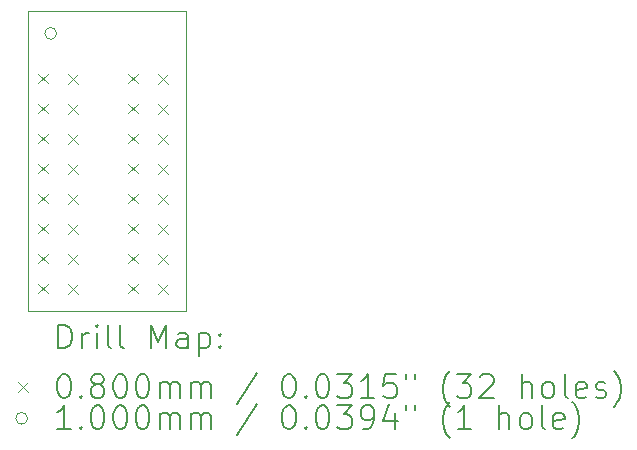
<source format=gbr>
%TF.GenerationSoftware,KiCad,Pcbnew,7.0.9*%
%TF.CreationDate,2024-04-23T21:05:59-07:00*%
%TF.ProjectId,U11-74LS138,5531312d-3734-44c5-9331-33382e6b6963,rev?*%
%TF.SameCoordinates,Original*%
%TF.FileFunction,Drillmap*%
%TF.FilePolarity,Positive*%
%FSLAX45Y45*%
G04 Gerber Fmt 4.5, Leading zero omitted, Abs format (unit mm)*
G04 Created by KiCad (PCBNEW 7.0.9) date 2024-04-23 21:05:59*
%MOMM*%
%LPD*%
G01*
G04 APERTURE LIST*
%ADD10C,0.100000*%
%ADD11C,0.200000*%
G04 APERTURE END LIST*
D10*
X15938500Y-8509000D02*
X14605000Y-8509000D01*
X15938500Y-11049000D02*
X15938500Y-8509000D01*
X14605000Y-11049000D02*
X15938500Y-11049000D01*
X14605000Y-8509000D02*
X14605000Y-11049000D01*
D11*
D10*
X14692000Y-9040500D02*
X14772000Y-9120500D01*
X14772000Y-9040500D02*
X14692000Y-9120500D01*
X14692000Y-9294500D02*
X14772000Y-9374500D01*
X14772000Y-9294500D02*
X14692000Y-9374500D01*
X14692000Y-9548500D02*
X14772000Y-9628500D01*
X14772000Y-9548500D02*
X14692000Y-9628500D01*
X14692000Y-9802500D02*
X14772000Y-9882500D01*
X14772000Y-9802500D02*
X14692000Y-9882500D01*
X14692000Y-10056500D02*
X14772000Y-10136500D01*
X14772000Y-10056500D02*
X14692000Y-10136500D01*
X14692000Y-10310500D02*
X14772000Y-10390500D01*
X14772000Y-10310500D02*
X14692000Y-10390500D01*
X14692000Y-10564500D02*
X14772000Y-10644500D01*
X14772000Y-10564500D02*
X14692000Y-10644500D01*
X14692000Y-10818500D02*
X14772000Y-10898500D01*
X14772000Y-10818500D02*
X14692000Y-10898500D01*
X14946000Y-9045500D02*
X15026000Y-9125500D01*
X15026000Y-9045500D02*
X14946000Y-9125500D01*
X14946000Y-9299500D02*
X15026000Y-9379500D01*
X15026000Y-9299500D02*
X14946000Y-9379500D01*
X14946000Y-9553500D02*
X15026000Y-9633500D01*
X15026000Y-9553500D02*
X14946000Y-9633500D01*
X14946000Y-9807500D02*
X15026000Y-9887500D01*
X15026000Y-9807500D02*
X14946000Y-9887500D01*
X14946000Y-10061500D02*
X15026000Y-10141500D01*
X15026000Y-10061500D02*
X14946000Y-10141500D01*
X14946000Y-10315500D02*
X15026000Y-10395500D01*
X15026000Y-10315500D02*
X14946000Y-10395500D01*
X14946000Y-10569500D02*
X15026000Y-10649500D01*
X15026000Y-10569500D02*
X14946000Y-10649500D01*
X14946000Y-10823500D02*
X15026000Y-10903500D01*
X15026000Y-10823500D02*
X14946000Y-10903500D01*
X15454000Y-9040500D02*
X15534000Y-9120500D01*
X15534000Y-9040500D02*
X15454000Y-9120500D01*
X15454000Y-9294500D02*
X15534000Y-9374500D01*
X15534000Y-9294500D02*
X15454000Y-9374500D01*
X15454000Y-9548500D02*
X15534000Y-9628500D01*
X15534000Y-9548500D02*
X15454000Y-9628500D01*
X15454000Y-9802500D02*
X15534000Y-9882500D01*
X15534000Y-9802500D02*
X15454000Y-9882500D01*
X15454000Y-10056500D02*
X15534000Y-10136500D01*
X15534000Y-10056500D02*
X15454000Y-10136500D01*
X15454000Y-10310500D02*
X15534000Y-10390500D01*
X15534000Y-10310500D02*
X15454000Y-10390500D01*
X15454000Y-10564500D02*
X15534000Y-10644500D01*
X15534000Y-10564500D02*
X15454000Y-10644500D01*
X15454000Y-10818500D02*
X15534000Y-10898500D01*
X15534000Y-10818500D02*
X15454000Y-10898500D01*
X15708000Y-9045500D02*
X15788000Y-9125500D01*
X15788000Y-9045500D02*
X15708000Y-9125500D01*
X15708000Y-9299500D02*
X15788000Y-9379500D01*
X15788000Y-9299500D02*
X15708000Y-9379500D01*
X15708000Y-9553500D02*
X15788000Y-9633500D01*
X15788000Y-9553500D02*
X15708000Y-9633500D01*
X15708000Y-9807500D02*
X15788000Y-9887500D01*
X15788000Y-9807500D02*
X15708000Y-9887500D01*
X15708000Y-10061500D02*
X15788000Y-10141500D01*
X15788000Y-10061500D02*
X15708000Y-10141500D01*
X15708000Y-10315500D02*
X15788000Y-10395500D01*
X15788000Y-10315500D02*
X15708000Y-10395500D01*
X15708000Y-10569500D02*
X15788000Y-10649500D01*
X15788000Y-10569500D02*
X15708000Y-10649500D01*
X15708000Y-10823500D02*
X15788000Y-10903500D01*
X15788000Y-10823500D02*
X15708000Y-10903500D01*
X14845500Y-8699500D02*
G75*
G03*
X14845500Y-8699500I-50000J0D01*
G01*
D11*
X14860777Y-11365484D02*
X14860777Y-11165484D01*
X14860777Y-11165484D02*
X14908396Y-11165484D01*
X14908396Y-11165484D02*
X14936967Y-11175008D01*
X14936967Y-11175008D02*
X14956015Y-11194055D01*
X14956015Y-11194055D02*
X14965539Y-11213103D01*
X14965539Y-11213103D02*
X14975062Y-11251198D01*
X14975062Y-11251198D02*
X14975062Y-11279769D01*
X14975062Y-11279769D02*
X14965539Y-11317865D01*
X14965539Y-11317865D02*
X14956015Y-11336912D01*
X14956015Y-11336912D02*
X14936967Y-11355960D01*
X14936967Y-11355960D02*
X14908396Y-11365484D01*
X14908396Y-11365484D02*
X14860777Y-11365484D01*
X15060777Y-11365484D02*
X15060777Y-11232150D01*
X15060777Y-11270246D02*
X15070301Y-11251198D01*
X15070301Y-11251198D02*
X15079824Y-11241674D01*
X15079824Y-11241674D02*
X15098872Y-11232150D01*
X15098872Y-11232150D02*
X15117920Y-11232150D01*
X15184586Y-11365484D02*
X15184586Y-11232150D01*
X15184586Y-11165484D02*
X15175062Y-11175008D01*
X15175062Y-11175008D02*
X15184586Y-11184531D01*
X15184586Y-11184531D02*
X15194110Y-11175008D01*
X15194110Y-11175008D02*
X15184586Y-11165484D01*
X15184586Y-11165484D02*
X15184586Y-11184531D01*
X15308396Y-11365484D02*
X15289348Y-11355960D01*
X15289348Y-11355960D02*
X15279824Y-11336912D01*
X15279824Y-11336912D02*
X15279824Y-11165484D01*
X15413158Y-11365484D02*
X15394110Y-11355960D01*
X15394110Y-11355960D02*
X15384586Y-11336912D01*
X15384586Y-11336912D02*
X15384586Y-11165484D01*
X15641729Y-11365484D02*
X15641729Y-11165484D01*
X15641729Y-11165484D02*
X15708396Y-11308341D01*
X15708396Y-11308341D02*
X15775062Y-11165484D01*
X15775062Y-11165484D02*
X15775062Y-11365484D01*
X15956015Y-11365484D02*
X15956015Y-11260722D01*
X15956015Y-11260722D02*
X15946491Y-11241674D01*
X15946491Y-11241674D02*
X15927443Y-11232150D01*
X15927443Y-11232150D02*
X15889348Y-11232150D01*
X15889348Y-11232150D02*
X15870301Y-11241674D01*
X15956015Y-11355960D02*
X15936967Y-11365484D01*
X15936967Y-11365484D02*
X15889348Y-11365484D01*
X15889348Y-11365484D02*
X15870301Y-11355960D01*
X15870301Y-11355960D02*
X15860777Y-11336912D01*
X15860777Y-11336912D02*
X15860777Y-11317865D01*
X15860777Y-11317865D02*
X15870301Y-11298817D01*
X15870301Y-11298817D02*
X15889348Y-11289293D01*
X15889348Y-11289293D02*
X15936967Y-11289293D01*
X15936967Y-11289293D02*
X15956015Y-11279769D01*
X16051253Y-11232150D02*
X16051253Y-11432150D01*
X16051253Y-11241674D02*
X16070301Y-11232150D01*
X16070301Y-11232150D02*
X16108396Y-11232150D01*
X16108396Y-11232150D02*
X16127443Y-11241674D01*
X16127443Y-11241674D02*
X16136967Y-11251198D01*
X16136967Y-11251198D02*
X16146491Y-11270246D01*
X16146491Y-11270246D02*
X16146491Y-11327388D01*
X16146491Y-11327388D02*
X16136967Y-11346436D01*
X16136967Y-11346436D02*
X16127443Y-11355960D01*
X16127443Y-11355960D02*
X16108396Y-11365484D01*
X16108396Y-11365484D02*
X16070301Y-11365484D01*
X16070301Y-11365484D02*
X16051253Y-11355960D01*
X16232205Y-11346436D02*
X16241729Y-11355960D01*
X16241729Y-11355960D02*
X16232205Y-11365484D01*
X16232205Y-11365484D02*
X16222682Y-11355960D01*
X16222682Y-11355960D02*
X16232205Y-11346436D01*
X16232205Y-11346436D02*
X16232205Y-11365484D01*
X16232205Y-11241674D02*
X16241729Y-11251198D01*
X16241729Y-11251198D02*
X16232205Y-11260722D01*
X16232205Y-11260722D02*
X16222682Y-11251198D01*
X16222682Y-11251198D02*
X16232205Y-11241674D01*
X16232205Y-11241674D02*
X16232205Y-11260722D01*
D10*
X14520000Y-11654000D02*
X14600000Y-11734000D01*
X14600000Y-11654000D02*
X14520000Y-11734000D01*
D11*
X14898872Y-11585484D02*
X14917920Y-11585484D01*
X14917920Y-11585484D02*
X14936967Y-11595008D01*
X14936967Y-11595008D02*
X14946491Y-11604531D01*
X14946491Y-11604531D02*
X14956015Y-11623579D01*
X14956015Y-11623579D02*
X14965539Y-11661674D01*
X14965539Y-11661674D02*
X14965539Y-11709293D01*
X14965539Y-11709293D02*
X14956015Y-11747388D01*
X14956015Y-11747388D02*
X14946491Y-11766436D01*
X14946491Y-11766436D02*
X14936967Y-11775960D01*
X14936967Y-11775960D02*
X14917920Y-11785484D01*
X14917920Y-11785484D02*
X14898872Y-11785484D01*
X14898872Y-11785484D02*
X14879824Y-11775960D01*
X14879824Y-11775960D02*
X14870301Y-11766436D01*
X14870301Y-11766436D02*
X14860777Y-11747388D01*
X14860777Y-11747388D02*
X14851253Y-11709293D01*
X14851253Y-11709293D02*
X14851253Y-11661674D01*
X14851253Y-11661674D02*
X14860777Y-11623579D01*
X14860777Y-11623579D02*
X14870301Y-11604531D01*
X14870301Y-11604531D02*
X14879824Y-11595008D01*
X14879824Y-11595008D02*
X14898872Y-11585484D01*
X15051253Y-11766436D02*
X15060777Y-11775960D01*
X15060777Y-11775960D02*
X15051253Y-11785484D01*
X15051253Y-11785484D02*
X15041729Y-11775960D01*
X15041729Y-11775960D02*
X15051253Y-11766436D01*
X15051253Y-11766436D02*
X15051253Y-11785484D01*
X15175062Y-11671198D02*
X15156015Y-11661674D01*
X15156015Y-11661674D02*
X15146491Y-11652150D01*
X15146491Y-11652150D02*
X15136967Y-11633103D01*
X15136967Y-11633103D02*
X15136967Y-11623579D01*
X15136967Y-11623579D02*
X15146491Y-11604531D01*
X15146491Y-11604531D02*
X15156015Y-11595008D01*
X15156015Y-11595008D02*
X15175062Y-11585484D01*
X15175062Y-11585484D02*
X15213158Y-11585484D01*
X15213158Y-11585484D02*
X15232205Y-11595008D01*
X15232205Y-11595008D02*
X15241729Y-11604531D01*
X15241729Y-11604531D02*
X15251253Y-11623579D01*
X15251253Y-11623579D02*
X15251253Y-11633103D01*
X15251253Y-11633103D02*
X15241729Y-11652150D01*
X15241729Y-11652150D02*
X15232205Y-11661674D01*
X15232205Y-11661674D02*
X15213158Y-11671198D01*
X15213158Y-11671198D02*
X15175062Y-11671198D01*
X15175062Y-11671198D02*
X15156015Y-11680722D01*
X15156015Y-11680722D02*
X15146491Y-11690246D01*
X15146491Y-11690246D02*
X15136967Y-11709293D01*
X15136967Y-11709293D02*
X15136967Y-11747388D01*
X15136967Y-11747388D02*
X15146491Y-11766436D01*
X15146491Y-11766436D02*
X15156015Y-11775960D01*
X15156015Y-11775960D02*
X15175062Y-11785484D01*
X15175062Y-11785484D02*
X15213158Y-11785484D01*
X15213158Y-11785484D02*
X15232205Y-11775960D01*
X15232205Y-11775960D02*
X15241729Y-11766436D01*
X15241729Y-11766436D02*
X15251253Y-11747388D01*
X15251253Y-11747388D02*
X15251253Y-11709293D01*
X15251253Y-11709293D02*
X15241729Y-11690246D01*
X15241729Y-11690246D02*
X15232205Y-11680722D01*
X15232205Y-11680722D02*
X15213158Y-11671198D01*
X15375062Y-11585484D02*
X15394110Y-11585484D01*
X15394110Y-11585484D02*
X15413158Y-11595008D01*
X15413158Y-11595008D02*
X15422682Y-11604531D01*
X15422682Y-11604531D02*
X15432205Y-11623579D01*
X15432205Y-11623579D02*
X15441729Y-11661674D01*
X15441729Y-11661674D02*
X15441729Y-11709293D01*
X15441729Y-11709293D02*
X15432205Y-11747388D01*
X15432205Y-11747388D02*
X15422682Y-11766436D01*
X15422682Y-11766436D02*
X15413158Y-11775960D01*
X15413158Y-11775960D02*
X15394110Y-11785484D01*
X15394110Y-11785484D02*
X15375062Y-11785484D01*
X15375062Y-11785484D02*
X15356015Y-11775960D01*
X15356015Y-11775960D02*
X15346491Y-11766436D01*
X15346491Y-11766436D02*
X15336967Y-11747388D01*
X15336967Y-11747388D02*
X15327443Y-11709293D01*
X15327443Y-11709293D02*
X15327443Y-11661674D01*
X15327443Y-11661674D02*
X15336967Y-11623579D01*
X15336967Y-11623579D02*
X15346491Y-11604531D01*
X15346491Y-11604531D02*
X15356015Y-11595008D01*
X15356015Y-11595008D02*
X15375062Y-11585484D01*
X15565539Y-11585484D02*
X15584586Y-11585484D01*
X15584586Y-11585484D02*
X15603634Y-11595008D01*
X15603634Y-11595008D02*
X15613158Y-11604531D01*
X15613158Y-11604531D02*
X15622682Y-11623579D01*
X15622682Y-11623579D02*
X15632205Y-11661674D01*
X15632205Y-11661674D02*
X15632205Y-11709293D01*
X15632205Y-11709293D02*
X15622682Y-11747388D01*
X15622682Y-11747388D02*
X15613158Y-11766436D01*
X15613158Y-11766436D02*
X15603634Y-11775960D01*
X15603634Y-11775960D02*
X15584586Y-11785484D01*
X15584586Y-11785484D02*
X15565539Y-11785484D01*
X15565539Y-11785484D02*
X15546491Y-11775960D01*
X15546491Y-11775960D02*
X15536967Y-11766436D01*
X15536967Y-11766436D02*
X15527443Y-11747388D01*
X15527443Y-11747388D02*
X15517920Y-11709293D01*
X15517920Y-11709293D02*
X15517920Y-11661674D01*
X15517920Y-11661674D02*
X15527443Y-11623579D01*
X15527443Y-11623579D02*
X15536967Y-11604531D01*
X15536967Y-11604531D02*
X15546491Y-11595008D01*
X15546491Y-11595008D02*
X15565539Y-11585484D01*
X15717920Y-11785484D02*
X15717920Y-11652150D01*
X15717920Y-11671198D02*
X15727443Y-11661674D01*
X15727443Y-11661674D02*
X15746491Y-11652150D01*
X15746491Y-11652150D02*
X15775063Y-11652150D01*
X15775063Y-11652150D02*
X15794110Y-11661674D01*
X15794110Y-11661674D02*
X15803634Y-11680722D01*
X15803634Y-11680722D02*
X15803634Y-11785484D01*
X15803634Y-11680722D02*
X15813158Y-11661674D01*
X15813158Y-11661674D02*
X15832205Y-11652150D01*
X15832205Y-11652150D02*
X15860777Y-11652150D01*
X15860777Y-11652150D02*
X15879824Y-11661674D01*
X15879824Y-11661674D02*
X15889348Y-11680722D01*
X15889348Y-11680722D02*
X15889348Y-11785484D01*
X15984586Y-11785484D02*
X15984586Y-11652150D01*
X15984586Y-11671198D02*
X15994110Y-11661674D01*
X15994110Y-11661674D02*
X16013158Y-11652150D01*
X16013158Y-11652150D02*
X16041729Y-11652150D01*
X16041729Y-11652150D02*
X16060777Y-11661674D01*
X16060777Y-11661674D02*
X16070301Y-11680722D01*
X16070301Y-11680722D02*
X16070301Y-11785484D01*
X16070301Y-11680722D02*
X16079824Y-11661674D01*
X16079824Y-11661674D02*
X16098872Y-11652150D01*
X16098872Y-11652150D02*
X16127443Y-11652150D01*
X16127443Y-11652150D02*
X16146491Y-11661674D01*
X16146491Y-11661674D02*
X16156015Y-11680722D01*
X16156015Y-11680722D02*
X16156015Y-11785484D01*
X16546491Y-11575960D02*
X16375063Y-11833103D01*
X16803634Y-11585484D02*
X16822682Y-11585484D01*
X16822682Y-11585484D02*
X16841729Y-11595008D01*
X16841729Y-11595008D02*
X16851253Y-11604531D01*
X16851253Y-11604531D02*
X16860777Y-11623579D01*
X16860777Y-11623579D02*
X16870301Y-11661674D01*
X16870301Y-11661674D02*
X16870301Y-11709293D01*
X16870301Y-11709293D02*
X16860777Y-11747388D01*
X16860777Y-11747388D02*
X16851253Y-11766436D01*
X16851253Y-11766436D02*
X16841729Y-11775960D01*
X16841729Y-11775960D02*
X16822682Y-11785484D01*
X16822682Y-11785484D02*
X16803634Y-11785484D01*
X16803634Y-11785484D02*
X16784587Y-11775960D01*
X16784587Y-11775960D02*
X16775063Y-11766436D01*
X16775063Y-11766436D02*
X16765539Y-11747388D01*
X16765539Y-11747388D02*
X16756015Y-11709293D01*
X16756015Y-11709293D02*
X16756015Y-11661674D01*
X16756015Y-11661674D02*
X16765539Y-11623579D01*
X16765539Y-11623579D02*
X16775063Y-11604531D01*
X16775063Y-11604531D02*
X16784587Y-11595008D01*
X16784587Y-11595008D02*
X16803634Y-11585484D01*
X16956015Y-11766436D02*
X16965539Y-11775960D01*
X16965539Y-11775960D02*
X16956015Y-11785484D01*
X16956015Y-11785484D02*
X16946491Y-11775960D01*
X16946491Y-11775960D02*
X16956015Y-11766436D01*
X16956015Y-11766436D02*
X16956015Y-11785484D01*
X17089348Y-11585484D02*
X17108396Y-11585484D01*
X17108396Y-11585484D02*
X17127444Y-11595008D01*
X17127444Y-11595008D02*
X17136968Y-11604531D01*
X17136968Y-11604531D02*
X17146491Y-11623579D01*
X17146491Y-11623579D02*
X17156015Y-11661674D01*
X17156015Y-11661674D02*
X17156015Y-11709293D01*
X17156015Y-11709293D02*
X17146491Y-11747388D01*
X17146491Y-11747388D02*
X17136968Y-11766436D01*
X17136968Y-11766436D02*
X17127444Y-11775960D01*
X17127444Y-11775960D02*
X17108396Y-11785484D01*
X17108396Y-11785484D02*
X17089348Y-11785484D01*
X17089348Y-11785484D02*
X17070301Y-11775960D01*
X17070301Y-11775960D02*
X17060777Y-11766436D01*
X17060777Y-11766436D02*
X17051253Y-11747388D01*
X17051253Y-11747388D02*
X17041729Y-11709293D01*
X17041729Y-11709293D02*
X17041729Y-11661674D01*
X17041729Y-11661674D02*
X17051253Y-11623579D01*
X17051253Y-11623579D02*
X17060777Y-11604531D01*
X17060777Y-11604531D02*
X17070301Y-11595008D01*
X17070301Y-11595008D02*
X17089348Y-11585484D01*
X17222682Y-11585484D02*
X17346491Y-11585484D01*
X17346491Y-11585484D02*
X17279825Y-11661674D01*
X17279825Y-11661674D02*
X17308396Y-11661674D01*
X17308396Y-11661674D02*
X17327444Y-11671198D01*
X17327444Y-11671198D02*
X17336968Y-11680722D01*
X17336968Y-11680722D02*
X17346491Y-11699769D01*
X17346491Y-11699769D02*
X17346491Y-11747388D01*
X17346491Y-11747388D02*
X17336968Y-11766436D01*
X17336968Y-11766436D02*
X17327444Y-11775960D01*
X17327444Y-11775960D02*
X17308396Y-11785484D01*
X17308396Y-11785484D02*
X17251253Y-11785484D01*
X17251253Y-11785484D02*
X17232206Y-11775960D01*
X17232206Y-11775960D02*
X17222682Y-11766436D01*
X17536968Y-11785484D02*
X17422682Y-11785484D01*
X17479825Y-11785484D02*
X17479825Y-11585484D01*
X17479825Y-11585484D02*
X17460777Y-11614055D01*
X17460777Y-11614055D02*
X17441729Y-11633103D01*
X17441729Y-11633103D02*
X17422682Y-11642627D01*
X17717920Y-11585484D02*
X17622682Y-11585484D01*
X17622682Y-11585484D02*
X17613158Y-11680722D01*
X17613158Y-11680722D02*
X17622682Y-11671198D01*
X17622682Y-11671198D02*
X17641729Y-11661674D01*
X17641729Y-11661674D02*
X17689349Y-11661674D01*
X17689349Y-11661674D02*
X17708396Y-11671198D01*
X17708396Y-11671198D02*
X17717920Y-11680722D01*
X17717920Y-11680722D02*
X17727444Y-11699769D01*
X17727444Y-11699769D02*
X17727444Y-11747388D01*
X17727444Y-11747388D02*
X17717920Y-11766436D01*
X17717920Y-11766436D02*
X17708396Y-11775960D01*
X17708396Y-11775960D02*
X17689349Y-11785484D01*
X17689349Y-11785484D02*
X17641729Y-11785484D01*
X17641729Y-11785484D02*
X17622682Y-11775960D01*
X17622682Y-11775960D02*
X17613158Y-11766436D01*
X17803634Y-11585484D02*
X17803634Y-11623579D01*
X17879825Y-11585484D02*
X17879825Y-11623579D01*
X18175063Y-11861674D02*
X18165539Y-11852150D01*
X18165539Y-11852150D02*
X18146491Y-11823579D01*
X18146491Y-11823579D02*
X18136968Y-11804531D01*
X18136968Y-11804531D02*
X18127444Y-11775960D01*
X18127444Y-11775960D02*
X18117920Y-11728341D01*
X18117920Y-11728341D02*
X18117920Y-11690246D01*
X18117920Y-11690246D02*
X18127444Y-11642627D01*
X18127444Y-11642627D02*
X18136968Y-11614055D01*
X18136968Y-11614055D02*
X18146491Y-11595008D01*
X18146491Y-11595008D02*
X18165539Y-11566436D01*
X18165539Y-11566436D02*
X18175063Y-11556912D01*
X18232206Y-11585484D02*
X18356015Y-11585484D01*
X18356015Y-11585484D02*
X18289349Y-11661674D01*
X18289349Y-11661674D02*
X18317920Y-11661674D01*
X18317920Y-11661674D02*
X18336968Y-11671198D01*
X18336968Y-11671198D02*
X18346491Y-11680722D01*
X18346491Y-11680722D02*
X18356015Y-11699769D01*
X18356015Y-11699769D02*
X18356015Y-11747388D01*
X18356015Y-11747388D02*
X18346491Y-11766436D01*
X18346491Y-11766436D02*
X18336968Y-11775960D01*
X18336968Y-11775960D02*
X18317920Y-11785484D01*
X18317920Y-11785484D02*
X18260777Y-11785484D01*
X18260777Y-11785484D02*
X18241730Y-11775960D01*
X18241730Y-11775960D02*
X18232206Y-11766436D01*
X18432206Y-11604531D02*
X18441730Y-11595008D01*
X18441730Y-11595008D02*
X18460777Y-11585484D01*
X18460777Y-11585484D02*
X18508396Y-11585484D01*
X18508396Y-11585484D02*
X18527444Y-11595008D01*
X18527444Y-11595008D02*
X18536968Y-11604531D01*
X18536968Y-11604531D02*
X18546491Y-11623579D01*
X18546491Y-11623579D02*
X18546491Y-11642627D01*
X18546491Y-11642627D02*
X18536968Y-11671198D01*
X18536968Y-11671198D02*
X18422682Y-11785484D01*
X18422682Y-11785484D02*
X18546491Y-11785484D01*
X18784587Y-11785484D02*
X18784587Y-11585484D01*
X18870301Y-11785484D02*
X18870301Y-11680722D01*
X18870301Y-11680722D02*
X18860777Y-11661674D01*
X18860777Y-11661674D02*
X18841730Y-11652150D01*
X18841730Y-11652150D02*
X18813158Y-11652150D01*
X18813158Y-11652150D02*
X18794111Y-11661674D01*
X18794111Y-11661674D02*
X18784587Y-11671198D01*
X18994111Y-11785484D02*
X18975063Y-11775960D01*
X18975063Y-11775960D02*
X18965539Y-11766436D01*
X18965539Y-11766436D02*
X18956015Y-11747388D01*
X18956015Y-11747388D02*
X18956015Y-11690246D01*
X18956015Y-11690246D02*
X18965539Y-11671198D01*
X18965539Y-11671198D02*
X18975063Y-11661674D01*
X18975063Y-11661674D02*
X18994111Y-11652150D01*
X18994111Y-11652150D02*
X19022682Y-11652150D01*
X19022682Y-11652150D02*
X19041730Y-11661674D01*
X19041730Y-11661674D02*
X19051253Y-11671198D01*
X19051253Y-11671198D02*
X19060777Y-11690246D01*
X19060777Y-11690246D02*
X19060777Y-11747388D01*
X19060777Y-11747388D02*
X19051253Y-11766436D01*
X19051253Y-11766436D02*
X19041730Y-11775960D01*
X19041730Y-11775960D02*
X19022682Y-11785484D01*
X19022682Y-11785484D02*
X18994111Y-11785484D01*
X19175063Y-11785484D02*
X19156015Y-11775960D01*
X19156015Y-11775960D02*
X19146492Y-11756912D01*
X19146492Y-11756912D02*
X19146492Y-11585484D01*
X19327444Y-11775960D02*
X19308396Y-11785484D01*
X19308396Y-11785484D02*
X19270301Y-11785484D01*
X19270301Y-11785484D02*
X19251253Y-11775960D01*
X19251253Y-11775960D02*
X19241730Y-11756912D01*
X19241730Y-11756912D02*
X19241730Y-11680722D01*
X19241730Y-11680722D02*
X19251253Y-11661674D01*
X19251253Y-11661674D02*
X19270301Y-11652150D01*
X19270301Y-11652150D02*
X19308396Y-11652150D01*
X19308396Y-11652150D02*
X19327444Y-11661674D01*
X19327444Y-11661674D02*
X19336968Y-11680722D01*
X19336968Y-11680722D02*
X19336968Y-11699769D01*
X19336968Y-11699769D02*
X19241730Y-11718817D01*
X19413158Y-11775960D02*
X19432206Y-11785484D01*
X19432206Y-11785484D02*
X19470301Y-11785484D01*
X19470301Y-11785484D02*
X19489349Y-11775960D01*
X19489349Y-11775960D02*
X19498873Y-11756912D01*
X19498873Y-11756912D02*
X19498873Y-11747388D01*
X19498873Y-11747388D02*
X19489349Y-11728341D01*
X19489349Y-11728341D02*
X19470301Y-11718817D01*
X19470301Y-11718817D02*
X19441730Y-11718817D01*
X19441730Y-11718817D02*
X19422682Y-11709293D01*
X19422682Y-11709293D02*
X19413158Y-11690246D01*
X19413158Y-11690246D02*
X19413158Y-11680722D01*
X19413158Y-11680722D02*
X19422682Y-11661674D01*
X19422682Y-11661674D02*
X19441730Y-11652150D01*
X19441730Y-11652150D02*
X19470301Y-11652150D01*
X19470301Y-11652150D02*
X19489349Y-11661674D01*
X19565539Y-11861674D02*
X19575063Y-11852150D01*
X19575063Y-11852150D02*
X19594111Y-11823579D01*
X19594111Y-11823579D02*
X19603634Y-11804531D01*
X19603634Y-11804531D02*
X19613158Y-11775960D01*
X19613158Y-11775960D02*
X19622682Y-11728341D01*
X19622682Y-11728341D02*
X19622682Y-11690246D01*
X19622682Y-11690246D02*
X19613158Y-11642627D01*
X19613158Y-11642627D02*
X19603634Y-11614055D01*
X19603634Y-11614055D02*
X19594111Y-11595008D01*
X19594111Y-11595008D02*
X19575063Y-11566436D01*
X19575063Y-11566436D02*
X19565539Y-11556912D01*
D10*
X14600000Y-11958000D02*
G75*
G03*
X14600000Y-11958000I-50000J0D01*
G01*
D11*
X14965539Y-12049484D02*
X14851253Y-12049484D01*
X14908396Y-12049484D02*
X14908396Y-11849484D01*
X14908396Y-11849484D02*
X14889348Y-11878055D01*
X14889348Y-11878055D02*
X14870301Y-11897103D01*
X14870301Y-11897103D02*
X14851253Y-11906627D01*
X15051253Y-12030436D02*
X15060777Y-12039960D01*
X15060777Y-12039960D02*
X15051253Y-12049484D01*
X15051253Y-12049484D02*
X15041729Y-12039960D01*
X15041729Y-12039960D02*
X15051253Y-12030436D01*
X15051253Y-12030436D02*
X15051253Y-12049484D01*
X15184586Y-11849484D02*
X15203634Y-11849484D01*
X15203634Y-11849484D02*
X15222682Y-11859008D01*
X15222682Y-11859008D02*
X15232205Y-11868531D01*
X15232205Y-11868531D02*
X15241729Y-11887579D01*
X15241729Y-11887579D02*
X15251253Y-11925674D01*
X15251253Y-11925674D02*
X15251253Y-11973293D01*
X15251253Y-11973293D02*
X15241729Y-12011388D01*
X15241729Y-12011388D02*
X15232205Y-12030436D01*
X15232205Y-12030436D02*
X15222682Y-12039960D01*
X15222682Y-12039960D02*
X15203634Y-12049484D01*
X15203634Y-12049484D02*
X15184586Y-12049484D01*
X15184586Y-12049484D02*
X15165539Y-12039960D01*
X15165539Y-12039960D02*
X15156015Y-12030436D01*
X15156015Y-12030436D02*
X15146491Y-12011388D01*
X15146491Y-12011388D02*
X15136967Y-11973293D01*
X15136967Y-11973293D02*
X15136967Y-11925674D01*
X15136967Y-11925674D02*
X15146491Y-11887579D01*
X15146491Y-11887579D02*
X15156015Y-11868531D01*
X15156015Y-11868531D02*
X15165539Y-11859008D01*
X15165539Y-11859008D02*
X15184586Y-11849484D01*
X15375062Y-11849484D02*
X15394110Y-11849484D01*
X15394110Y-11849484D02*
X15413158Y-11859008D01*
X15413158Y-11859008D02*
X15422682Y-11868531D01*
X15422682Y-11868531D02*
X15432205Y-11887579D01*
X15432205Y-11887579D02*
X15441729Y-11925674D01*
X15441729Y-11925674D02*
X15441729Y-11973293D01*
X15441729Y-11973293D02*
X15432205Y-12011388D01*
X15432205Y-12011388D02*
X15422682Y-12030436D01*
X15422682Y-12030436D02*
X15413158Y-12039960D01*
X15413158Y-12039960D02*
X15394110Y-12049484D01*
X15394110Y-12049484D02*
X15375062Y-12049484D01*
X15375062Y-12049484D02*
X15356015Y-12039960D01*
X15356015Y-12039960D02*
X15346491Y-12030436D01*
X15346491Y-12030436D02*
X15336967Y-12011388D01*
X15336967Y-12011388D02*
X15327443Y-11973293D01*
X15327443Y-11973293D02*
X15327443Y-11925674D01*
X15327443Y-11925674D02*
X15336967Y-11887579D01*
X15336967Y-11887579D02*
X15346491Y-11868531D01*
X15346491Y-11868531D02*
X15356015Y-11859008D01*
X15356015Y-11859008D02*
X15375062Y-11849484D01*
X15565539Y-11849484D02*
X15584586Y-11849484D01*
X15584586Y-11849484D02*
X15603634Y-11859008D01*
X15603634Y-11859008D02*
X15613158Y-11868531D01*
X15613158Y-11868531D02*
X15622682Y-11887579D01*
X15622682Y-11887579D02*
X15632205Y-11925674D01*
X15632205Y-11925674D02*
X15632205Y-11973293D01*
X15632205Y-11973293D02*
X15622682Y-12011388D01*
X15622682Y-12011388D02*
X15613158Y-12030436D01*
X15613158Y-12030436D02*
X15603634Y-12039960D01*
X15603634Y-12039960D02*
X15584586Y-12049484D01*
X15584586Y-12049484D02*
X15565539Y-12049484D01*
X15565539Y-12049484D02*
X15546491Y-12039960D01*
X15546491Y-12039960D02*
X15536967Y-12030436D01*
X15536967Y-12030436D02*
X15527443Y-12011388D01*
X15527443Y-12011388D02*
X15517920Y-11973293D01*
X15517920Y-11973293D02*
X15517920Y-11925674D01*
X15517920Y-11925674D02*
X15527443Y-11887579D01*
X15527443Y-11887579D02*
X15536967Y-11868531D01*
X15536967Y-11868531D02*
X15546491Y-11859008D01*
X15546491Y-11859008D02*
X15565539Y-11849484D01*
X15717920Y-12049484D02*
X15717920Y-11916150D01*
X15717920Y-11935198D02*
X15727443Y-11925674D01*
X15727443Y-11925674D02*
X15746491Y-11916150D01*
X15746491Y-11916150D02*
X15775063Y-11916150D01*
X15775063Y-11916150D02*
X15794110Y-11925674D01*
X15794110Y-11925674D02*
X15803634Y-11944722D01*
X15803634Y-11944722D02*
X15803634Y-12049484D01*
X15803634Y-11944722D02*
X15813158Y-11925674D01*
X15813158Y-11925674D02*
X15832205Y-11916150D01*
X15832205Y-11916150D02*
X15860777Y-11916150D01*
X15860777Y-11916150D02*
X15879824Y-11925674D01*
X15879824Y-11925674D02*
X15889348Y-11944722D01*
X15889348Y-11944722D02*
X15889348Y-12049484D01*
X15984586Y-12049484D02*
X15984586Y-11916150D01*
X15984586Y-11935198D02*
X15994110Y-11925674D01*
X15994110Y-11925674D02*
X16013158Y-11916150D01*
X16013158Y-11916150D02*
X16041729Y-11916150D01*
X16041729Y-11916150D02*
X16060777Y-11925674D01*
X16060777Y-11925674D02*
X16070301Y-11944722D01*
X16070301Y-11944722D02*
X16070301Y-12049484D01*
X16070301Y-11944722D02*
X16079824Y-11925674D01*
X16079824Y-11925674D02*
X16098872Y-11916150D01*
X16098872Y-11916150D02*
X16127443Y-11916150D01*
X16127443Y-11916150D02*
X16146491Y-11925674D01*
X16146491Y-11925674D02*
X16156015Y-11944722D01*
X16156015Y-11944722D02*
X16156015Y-12049484D01*
X16546491Y-11839960D02*
X16375063Y-12097103D01*
X16803634Y-11849484D02*
X16822682Y-11849484D01*
X16822682Y-11849484D02*
X16841729Y-11859008D01*
X16841729Y-11859008D02*
X16851253Y-11868531D01*
X16851253Y-11868531D02*
X16860777Y-11887579D01*
X16860777Y-11887579D02*
X16870301Y-11925674D01*
X16870301Y-11925674D02*
X16870301Y-11973293D01*
X16870301Y-11973293D02*
X16860777Y-12011388D01*
X16860777Y-12011388D02*
X16851253Y-12030436D01*
X16851253Y-12030436D02*
X16841729Y-12039960D01*
X16841729Y-12039960D02*
X16822682Y-12049484D01*
X16822682Y-12049484D02*
X16803634Y-12049484D01*
X16803634Y-12049484D02*
X16784587Y-12039960D01*
X16784587Y-12039960D02*
X16775063Y-12030436D01*
X16775063Y-12030436D02*
X16765539Y-12011388D01*
X16765539Y-12011388D02*
X16756015Y-11973293D01*
X16756015Y-11973293D02*
X16756015Y-11925674D01*
X16756015Y-11925674D02*
X16765539Y-11887579D01*
X16765539Y-11887579D02*
X16775063Y-11868531D01*
X16775063Y-11868531D02*
X16784587Y-11859008D01*
X16784587Y-11859008D02*
X16803634Y-11849484D01*
X16956015Y-12030436D02*
X16965539Y-12039960D01*
X16965539Y-12039960D02*
X16956015Y-12049484D01*
X16956015Y-12049484D02*
X16946491Y-12039960D01*
X16946491Y-12039960D02*
X16956015Y-12030436D01*
X16956015Y-12030436D02*
X16956015Y-12049484D01*
X17089348Y-11849484D02*
X17108396Y-11849484D01*
X17108396Y-11849484D02*
X17127444Y-11859008D01*
X17127444Y-11859008D02*
X17136968Y-11868531D01*
X17136968Y-11868531D02*
X17146491Y-11887579D01*
X17146491Y-11887579D02*
X17156015Y-11925674D01*
X17156015Y-11925674D02*
X17156015Y-11973293D01*
X17156015Y-11973293D02*
X17146491Y-12011388D01*
X17146491Y-12011388D02*
X17136968Y-12030436D01*
X17136968Y-12030436D02*
X17127444Y-12039960D01*
X17127444Y-12039960D02*
X17108396Y-12049484D01*
X17108396Y-12049484D02*
X17089348Y-12049484D01*
X17089348Y-12049484D02*
X17070301Y-12039960D01*
X17070301Y-12039960D02*
X17060777Y-12030436D01*
X17060777Y-12030436D02*
X17051253Y-12011388D01*
X17051253Y-12011388D02*
X17041729Y-11973293D01*
X17041729Y-11973293D02*
X17041729Y-11925674D01*
X17041729Y-11925674D02*
X17051253Y-11887579D01*
X17051253Y-11887579D02*
X17060777Y-11868531D01*
X17060777Y-11868531D02*
X17070301Y-11859008D01*
X17070301Y-11859008D02*
X17089348Y-11849484D01*
X17222682Y-11849484D02*
X17346491Y-11849484D01*
X17346491Y-11849484D02*
X17279825Y-11925674D01*
X17279825Y-11925674D02*
X17308396Y-11925674D01*
X17308396Y-11925674D02*
X17327444Y-11935198D01*
X17327444Y-11935198D02*
X17336968Y-11944722D01*
X17336968Y-11944722D02*
X17346491Y-11963769D01*
X17346491Y-11963769D02*
X17346491Y-12011388D01*
X17346491Y-12011388D02*
X17336968Y-12030436D01*
X17336968Y-12030436D02*
X17327444Y-12039960D01*
X17327444Y-12039960D02*
X17308396Y-12049484D01*
X17308396Y-12049484D02*
X17251253Y-12049484D01*
X17251253Y-12049484D02*
X17232206Y-12039960D01*
X17232206Y-12039960D02*
X17222682Y-12030436D01*
X17441729Y-12049484D02*
X17479825Y-12049484D01*
X17479825Y-12049484D02*
X17498872Y-12039960D01*
X17498872Y-12039960D02*
X17508396Y-12030436D01*
X17508396Y-12030436D02*
X17527444Y-12001865D01*
X17527444Y-12001865D02*
X17536968Y-11963769D01*
X17536968Y-11963769D02*
X17536968Y-11887579D01*
X17536968Y-11887579D02*
X17527444Y-11868531D01*
X17527444Y-11868531D02*
X17517920Y-11859008D01*
X17517920Y-11859008D02*
X17498872Y-11849484D01*
X17498872Y-11849484D02*
X17460777Y-11849484D01*
X17460777Y-11849484D02*
X17441729Y-11859008D01*
X17441729Y-11859008D02*
X17432206Y-11868531D01*
X17432206Y-11868531D02*
X17422682Y-11887579D01*
X17422682Y-11887579D02*
X17422682Y-11935198D01*
X17422682Y-11935198D02*
X17432206Y-11954246D01*
X17432206Y-11954246D02*
X17441729Y-11963769D01*
X17441729Y-11963769D02*
X17460777Y-11973293D01*
X17460777Y-11973293D02*
X17498872Y-11973293D01*
X17498872Y-11973293D02*
X17517920Y-11963769D01*
X17517920Y-11963769D02*
X17527444Y-11954246D01*
X17527444Y-11954246D02*
X17536968Y-11935198D01*
X17708396Y-11916150D02*
X17708396Y-12049484D01*
X17660777Y-11839960D02*
X17613158Y-11982817D01*
X17613158Y-11982817D02*
X17736968Y-11982817D01*
X17803634Y-11849484D02*
X17803634Y-11887579D01*
X17879825Y-11849484D02*
X17879825Y-11887579D01*
X18175063Y-12125674D02*
X18165539Y-12116150D01*
X18165539Y-12116150D02*
X18146491Y-12087579D01*
X18146491Y-12087579D02*
X18136968Y-12068531D01*
X18136968Y-12068531D02*
X18127444Y-12039960D01*
X18127444Y-12039960D02*
X18117920Y-11992341D01*
X18117920Y-11992341D02*
X18117920Y-11954246D01*
X18117920Y-11954246D02*
X18127444Y-11906627D01*
X18127444Y-11906627D02*
X18136968Y-11878055D01*
X18136968Y-11878055D02*
X18146491Y-11859008D01*
X18146491Y-11859008D02*
X18165539Y-11830436D01*
X18165539Y-11830436D02*
X18175063Y-11820912D01*
X18356015Y-12049484D02*
X18241730Y-12049484D01*
X18298872Y-12049484D02*
X18298872Y-11849484D01*
X18298872Y-11849484D02*
X18279825Y-11878055D01*
X18279825Y-11878055D02*
X18260777Y-11897103D01*
X18260777Y-11897103D02*
X18241730Y-11906627D01*
X18594111Y-12049484D02*
X18594111Y-11849484D01*
X18679825Y-12049484D02*
X18679825Y-11944722D01*
X18679825Y-11944722D02*
X18670301Y-11925674D01*
X18670301Y-11925674D02*
X18651253Y-11916150D01*
X18651253Y-11916150D02*
X18622682Y-11916150D01*
X18622682Y-11916150D02*
X18603634Y-11925674D01*
X18603634Y-11925674D02*
X18594111Y-11935198D01*
X18803634Y-12049484D02*
X18784587Y-12039960D01*
X18784587Y-12039960D02*
X18775063Y-12030436D01*
X18775063Y-12030436D02*
X18765539Y-12011388D01*
X18765539Y-12011388D02*
X18765539Y-11954246D01*
X18765539Y-11954246D02*
X18775063Y-11935198D01*
X18775063Y-11935198D02*
X18784587Y-11925674D01*
X18784587Y-11925674D02*
X18803634Y-11916150D01*
X18803634Y-11916150D02*
X18832206Y-11916150D01*
X18832206Y-11916150D02*
X18851253Y-11925674D01*
X18851253Y-11925674D02*
X18860777Y-11935198D01*
X18860777Y-11935198D02*
X18870301Y-11954246D01*
X18870301Y-11954246D02*
X18870301Y-12011388D01*
X18870301Y-12011388D02*
X18860777Y-12030436D01*
X18860777Y-12030436D02*
X18851253Y-12039960D01*
X18851253Y-12039960D02*
X18832206Y-12049484D01*
X18832206Y-12049484D02*
X18803634Y-12049484D01*
X18984587Y-12049484D02*
X18965539Y-12039960D01*
X18965539Y-12039960D02*
X18956015Y-12020912D01*
X18956015Y-12020912D02*
X18956015Y-11849484D01*
X19136968Y-12039960D02*
X19117920Y-12049484D01*
X19117920Y-12049484D02*
X19079825Y-12049484D01*
X19079825Y-12049484D02*
X19060777Y-12039960D01*
X19060777Y-12039960D02*
X19051253Y-12020912D01*
X19051253Y-12020912D02*
X19051253Y-11944722D01*
X19051253Y-11944722D02*
X19060777Y-11925674D01*
X19060777Y-11925674D02*
X19079825Y-11916150D01*
X19079825Y-11916150D02*
X19117920Y-11916150D01*
X19117920Y-11916150D02*
X19136968Y-11925674D01*
X19136968Y-11925674D02*
X19146492Y-11944722D01*
X19146492Y-11944722D02*
X19146492Y-11963769D01*
X19146492Y-11963769D02*
X19051253Y-11982817D01*
X19213158Y-12125674D02*
X19222682Y-12116150D01*
X19222682Y-12116150D02*
X19241730Y-12087579D01*
X19241730Y-12087579D02*
X19251253Y-12068531D01*
X19251253Y-12068531D02*
X19260777Y-12039960D01*
X19260777Y-12039960D02*
X19270301Y-11992341D01*
X19270301Y-11992341D02*
X19270301Y-11954246D01*
X19270301Y-11954246D02*
X19260777Y-11906627D01*
X19260777Y-11906627D02*
X19251253Y-11878055D01*
X19251253Y-11878055D02*
X19241730Y-11859008D01*
X19241730Y-11859008D02*
X19222682Y-11830436D01*
X19222682Y-11830436D02*
X19213158Y-11820912D01*
M02*

</source>
